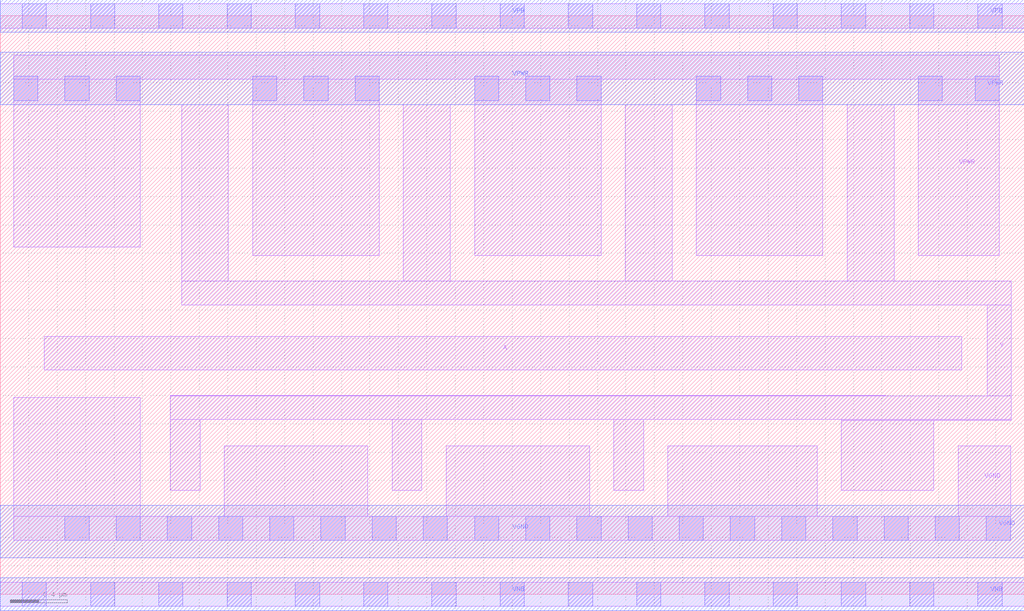
<source format=lef>
# Copyright 2020 The SkyWater PDK Authors
#
# Licensed under the Apache License, Version 2.0 (the "License");
# you may not use this file except in compliance with the License.
# You may obtain a copy of the License at
#
#     https://www.apache.org/licenses/LICENSE-2.0
#
# Unless required by applicable law or agreed to in writing, software
# distributed under the License is distributed on an "AS IS" BASIS,
# WITHOUT WARRANTIES OR CONDITIONS OF ANY KIND, either express or implied.
# See the License for the specific language governing permissions and
# limitations under the License.
#
# SPDX-License-Identifier: Apache-2.0

VERSION 5.7 ;
  NAMESCASESENSITIVE ON ;
  NOWIREEXTENSIONATPIN ON ;
  DIVIDERCHAR "/" ;
  BUSBITCHARS "[]" ;
UNITS
  DATABASE MICRONS 200 ;
END UNITS
MACRO sky130_fd_sc_hvl__inv_8
  CLASS CORE ;
  SOURCE USER ;
  FOREIGN sky130_fd_sc_hvl__inv_8 ;
  ORIGIN  0.000000  0.000000 ;
  SIZE  7.200000 BY  4.070000 ;
  SYMMETRY X Y ;
  SITE unithv ;
  PIN A
    ANTENNAGATEAREA  9.000000 ;
    DIRECTION INPUT ;
    USE SIGNAL ;
    PORT
      LAYER li1 ;
        RECT 0.310000 1.580000 6.760000 1.815000 ;
    END
  END A
  PIN Y
    ANTENNADIFFAREA  2.520000 ;
    DIRECTION OUTPUT ;
    USE SIGNAL ;
    PORT
      LAYER li1 ;
        RECT 1.195000 0.730000 1.405000 1.230000 ;
        RECT 1.195000 1.230000 7.110000 1.395000 ;
        RECT 1.195000 1.395000 6.225000 1.400000 ;
        RECT 1.275000 2.035000 7.110000 2.205000 ;
        RECT 1.275000 2.205000 1.605000 3.445000 ;
        RECT 2.755000 0.730000 2.965000 1.230000 ;
        RECT 2.835000 2.205000 3.165000 3.445000 ;
        RECT 4.315000 0.730000 4.525000 1.230000 ;
        RECT 4.395000 2.205000 4.725000 3.445000 ;
        RECT 5.915000 0.730000 6.565000 1.225000 ;
        RECT 5.915000 1.225000 7.110000 1.230000 ;
        RECT 5.955000 2.205000 6.285000 3.445000 ;
        RECT 6.940000 1.395000 7.110000 2.035000 ;
    END
  END Y
  PIN VGND
    DIRECTION INOUT ;
    USE GROUND ;
    PORT
      LAYER li1 ;
        RECT 0.095000 0.380000 7.105000 0.550000 ;
        RECT 0.095000 0.550000 0.985000 1.385000 ;
        RECT 1.575000 0.550000 2.585000 1.045000 ;
        RECT 3.135000 0.550000 4.145000 1.045000 ;
        RECT 4.695000 0.550000 5.745000 1.045000 ;
        RECT 6.735000 0.550000 7.105000 1.045000 ;
      LAYER mcon ;
        RECT 0.455000 0.380000 0.625000 0.550000 ;
        RECT 0.815000 0.380000 0.985000 0.550000 ;
        RECT 1.175000 0.380000 1.345000 0.550000 ;
        RECT 1.535000 0.380000 1.705000 0.550000 ;
        RECT 1.895000 0.380000 2.065000 0.550000 ;
        RECT 2.255000 0.380000 2.425000 0.550000 ;
        RECT 2.615000 0.380000 2.785000 0.550000 ;
        RECT 2.975000 0.380000 3.145000 0.550000 ;
        RECT 3.335000 0.380000 3.505000 0.550000 ;
        RECT 3.695000 0.380000 3.865000 0.550000 ;
        RECT 4.055000 0.380000 4.225000 0.550000 ;
        RECT 4.415000 0.380000 4.585000 0.550000 ;
        RECT 4.775000 0.380000 4.945000 0.550000 ;
        RECT 5.135000 0.380000 5.305000 0.550000 ;
        RECT 5.495000 0.380000 5.665000 0.550000 ;
        RECT 5.855000 0.380000 6.025000 0.550000 ;
        RECT 6.215000 0.380000 6.385000 0.550000 ;
        RECT 6.575000 0.380000 6.745000 0.550000 ;
        RECT 6.935000 0.380000 7.105000 0.550000 ;
      LAYER met1 ;
        RECT 0.000000 0.255000 7.200000 0.625000 ;
    END
  END VGND
  PIN VNB
    DIRECTION INOUT ;
    USE GROUND ;
    PORT
      LAYER li1 ;
        RECT 0.000000 -0.085000 7.200000 0.085000 ;
      LAYER mcon ;
        RECT 0.155000 -0.085000 0.325000 0.085000 ;
        RECT 0.635000 -0.085000 0.805000 0.085000 ;
        RECT 1.115000 -0.085000 1.285000 0.085000 ;
        RECT 1.595000 -0.085000 1.765000 0.085000 ;
        RECT 2.075000 -0.085000 2.245000 0.085000 ;
        RECT 2.555000 -0.085000 2.725000 0.085000 ;
        RECT 3.035000 -0.085000 3.205000 0.085000 ;
        RECT 3.515000 -0.085000 3.685000 0.085000 ;
        RECT 3.995000 -0.085000 4.165000 0.085000 ;
        RECT 4.475000 -0.085000 4.645000 0.085000 ;
        RECT 4.955000 -0.085000 5.125000 0.085000 ;
        RECT 5.435000 -0.085000 5.605000 0.085000 ;
        RECT 5.915000 -0.085000 6.085000 0.085000 ;
        RECT 6.395000 -0.085000 6.565000 0.085000 ;
        RECT 6.875000 -0.085000 7.045000 0.085000 ;
      LAYER met1 ;
        RECT 0.000000 -0.115000 7.200000 0.115000 ;
    END
  END VNB
  PIN VPB
    DIRECTION INOUT ;
    USE POWER ;
    PORT
      LAYER li1 ;
        RECT 0.000000 3.985000 7.200000 4.155000 ;
      LAYER mcon ;
        RECT 0.155000 3.985000 0.325000 4.155000 ;
        RECT 0.635000 3.985000 0.805000 4.155000 ;
        RECT 1.115000 3.985000 1.285000 4.155000 ;
        RECT 1.595000 3.985000 1.765000 4.155000 ;
        RECT 2.075000 3.985000 2.245000 4.155000 ;
        RECT 2.555000 3.985000 2.725000 4.155000 ;
        RECT 3.035000 3.985000 3.205000 4.155000 ;
        RECT 3.515000 3.985000 3.685000 4.155000 ;
        RECT 3.995000 3.985000 4.165000 4.155000 ;
        RECT 4.475000 3.985000 4.645000 4.155000 ;
        RECT 4.955000 3.985000 5.125000 4.155000 ;
        RECT 5.435000 3.985000 5.605000 4.155000 ;
        RECT 5.915000 3.985000 6.085000 4.155000 ;
        RECT 6.395000 3.985000 6.565000 4.155000 ;
        RECT 6.875000 3.985000 7.045000 4.155000 ;
      LAYER met1 ;
        RECT 0.000000 3.955000 7.200000 4.185000 ;
    END
  END VPB
  PIN VPWR
    DIRECTION INOUT ;
    USE POWER ;
    PORT
      LAYER li1 ;
        RECT 0.095000 2.445000 0.985000 3.625000 ;
        RECT 0.095000 3.625000 7.025000 3.795000 ;
        RECT 1.775000 2.385000 2.665000 3.625000 ;
        RECT 3.335000 2.385000 4.225000 3.625000 ;
        RECT 4.895000 2.385000 5.785000 3.625000 ;
        RECT 6.455000 2.385000 7.025000 3.625000 ;
      LAYER mcon ;
        RECT 0.095000 3.475000 0.265000 3.645000 ;
        RECT 0.455000 3.475000 0.625000 3.645000 ;
        RECT 0.815000 3.475000 0.985000 3.645000 ;
        RECT 1.775000 3.475000 1.945000 3.645000 ;
        RECT 2.135000 3.475000 2.305000 3.645000 ;
        RECT 2.495000 3.475000 2.665000 3.645000 ;
        RECT 3.335000 3.475000 3.505000 3.645000 ;
        RECT 3.695000 3.475000 3.865000 3.645000 ;
        RECT 4.055000 3.475000 4.225000 3.645000 ;
        RECT 4.895000 3.475000 5.065000 3.645000 ;
        RECT 5.255000 3.475000 5.425000 3.645000 ;
        RECT 5.615000 3.475000 5.785000 3.645000 ;
        RECT 6.455000 3.475000 6.625000 3.645000 ;
        RECT 6.855000 3.475000 7.025000 3.645000 ;
      LAYER met1 ;
        RECT 0.000000 3.445000 7.200000 3.815000 ;
    END
  END VPWR
END sky130_fd_sc_hvl__inv_8

</source>
